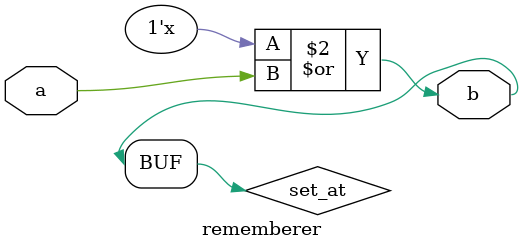
<source format=v>
module top (
	input  clk,
	output LED1,
	output LED2,
	output LED3,
	output LED4,
	output LED5,
);

	localparam BITS = 3;
	localparam DELAY = 22;

	reg [BITS:0] datactr = 0;
	reg [DELAY:0] timectr = 0;

	reg done = 0;
	wire logic_box_out;
	
	logic_box #(
		.BITS (BITS)
	) b0 (
		.reg_in(datactr),
		.result(logic_box_out)
	);
	rememberer r0 (logic_box_out, LED4);
	always @(posedge clk) begin
		timectr <= timectr + 1;
		if (timectr == 0)
		begin
			datactr <= datactr + 1;
			if (datactr == ((1<<(BITS))-1))
				done <= 1;
		end
	end
  
	assign LED1 = datactr[0];
	assign LED2 = datactr[1];
	assign LED3 = datactr[2];
	assign LED5 = done;
endmodule

module logic_box #(
	parameter BITS = 8
) (
	input [BITS:0] reg_in, 
	output wire result
);
	assign result = reg_in[0] & reg_in[1] & reg_in[2];
endmodule

module rememberer(a, b);
	input a;
	output b;

	wire a, b;
	reg set_at = 0;
	always @(a) begin
		set_at <= set_at | a;
	end
	assign b = set_at;
endmodule
</source>
